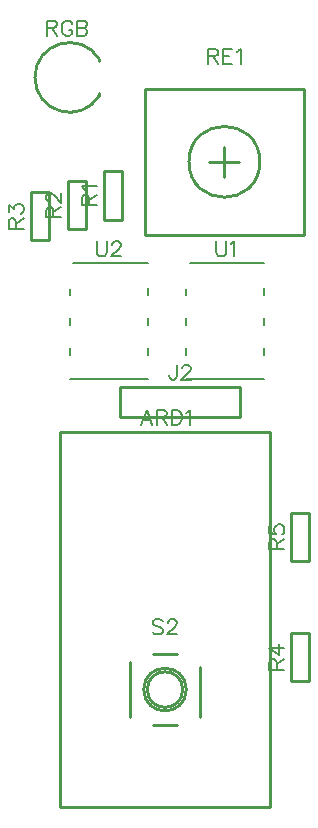
<source format=gbr>
G04 DipTrace 3.3.0.0*
G04 TopSilk.gbr*
%MOIN*%
G04 #@! TF.FileFunction,Legend,Top*
G04 #@! TF.Part,Single*
%ADD10C,0.009843*%
%ADD24C,0.006*%
%ADD56C,0.00772*%
%FSLAX26Y26*%
G04*
G70*
G90*
G75*
G01*
G04 TopSilk*
%LPD*%
X593701Y543696D2*
D10*
X1293701D1*
Y1793701D1*
X593701D1*
Y543696D1*
X1193718Y1843696D2*
X793683D1*
Y1943701D1*
X1193718D1*
Y1843696D1*
X798701Y2661351D2*
X738701D1*
X798701Y2501051D2*
Y2661351D1*
Y2501051D2*
X738701D1*
Y2661351D1*
X679950Y2630101D2*
X619950D1*
X679950Y2469801D2*
Y2630101D1*
Y2469801D2*
X619950D1*
Y2630101D1*
X554950Y2592601D2*
X494950D1*
X554950Y2432301D2*
Y2592601D1*
Y2432301D2*
X494950D1*
Y2592601D1*
X1363701Y963551D2*
X1423701D1*
X1363701Y1123851D2*
Y963551D1*
Y1123851D2*
X1423701D1*
Y963551D1*
X1363701Y1363551D2*
X1423701D1*
X1363701Y1523851D2*
Y1363551D1*
Y1523851D2*
X1423701D1*
Y1363551D1*
X1404356Y2449605D2*
X876746D1*
Y2937797D1*
X1404356D1*
Y2449605D1*
X1022409Y2693701D2*
G02X1022409Y2693701I118142J0D01*
G01*
X1140551Y2643681D2*
Y2743720D1*
X1090542Y2693701D2*
X1190560D1*
X723375Y2913860D2*
Y2921757D1*
Y3028143D2*
Y3036041D1*
Y2913860D2*
G02X508809Y2974950I-98651J60865D01*
G01*
X723375Y3036041D2*
G03X508809Y2974950I-98651J-60865D01*
G01*
X1273693Y2250459D2*
D24*
Y2274469D1*
Y2150447D2*
Y2174456D1*
X1013709Y2074443D2*
Y2050434D1*
Y2174456D2*
Y2150447D1*
Y1969451D2*
X1273693D1*
Y2050434D2*
Y2074443D1*
Y2355451D2*
X1024715D1*
X1013709Y2269451D2*
Y2250459D1*
X886193D2*
Y2274469D1*
Y2150447D2*
Y2174456D1*
X626209Y2074443D2*
Y2050434D1*
Y2174456D2*
Y2150447D1*
Y1969451D2*
X886193D1*
Y2050434D2*
Y2074443D1*
Y2355451D2*
X637215D1*
X626209Y2269451D2*
Y2250459D1*
X871757Y934499D2*
D10*
G02X871757Y934499I70861J0D01*
G01*
X824501Y1025054D2*
Y843944D1*
X903221Y816373D2*
X981991D1*
X1060735Y843944D2*
Y1009299D1*
X981991Y1052624D2*
X903221D1*
X883547Y934499D2*
G02X883547Y934499I59059J0D01*
G01*
X900203Y1816684D2*
D56*
X881024Y1866924D1*
X861901Y1816684D1*
X869086Y1833431D2*
X893018D1*
X915642Y1842992D2*
X937142D1*
X944327Y1845424D1*
X946759Y1847801D1*
X949135Y1852554D1*
Y1857362D1*
X946759Y1862115D1*
X944327Y1864547D1*
X937142Y1866924D1*
X915642D1*
Y1816684D1*
X932389Y1842992D2*
X949135Y1816684D1*
X964575Y1866924D2*
Y1816684D1*
X981321D1*
X988506Y1819116D1*
X993315Y1823869D1*
X995691Y1828677D1*
X998068Y1835807D1*
Y1847801D1*
X995691Y1854986D1*
X993315Y1859739D1*
X988506Y1864547D1*
X981321Y1866924D1*
X964575D1*
X1013507Y1857307D2*
X1018316Y1859739D1*
X1025501Y1866869D1*
Y1816684D1*
X981200Y2016924D2*
Y1978677D1*
X978824Y1971492D1*
X976392Y1969116D1*
X971639Y1966684D1*
X966830D1*
X962077Y1969116D1*
X959701Y1971492D1*
X957269Y1978677D1*
Y1983431D1*
X999071Y2004930D2*
Y2007307D1*
X1001448Y2012115D1*
X1003825Y2014492D1*
X1008633Y2016869D1*
X1018195D1*
X1022948Y2014492D1*
X1025324Y2012115D1*
X1027756Y2007307D1*
Y2002554D1*
X1025324Y1997745D1*
X1020571Y1990616D1*
X996640Y1966684D1*
X1030133D1*
X689409Y2550738D2*
Y2572238D1*
X686978Y2579423D1*
X684601Y2581855D1*
X679848Y2584231D1*
X675039D1*
X670286Y2581855D1*
X667854Y2579423D1*
X665478Y2572238D1*
Y2550738D1*
X715718D1*
X689409Y2567485D2*
X715718Y2584231D1*
X675095Y2599670D2*
X672663Y2604479D1*
X665533Y2611664D1*
X715718D1*
X570659Y2508739D2*
Y2530238D1*
X568227Y2537423D1*
X565850Y2539855D1*
X561097Y2542232D1*
X556289D1*
X551536Y2539855D1*
X549104Y2537423D1*
X546727Y2530238D1*
Y2508739D1*
X596967D1*
X570659Y2525485D2*
X596967Y2542232D1*
X558721Y2560103D2*
X556344D1*
X551536Y2562480D1*
X549159Y2564856D1*
X546782Y2569665D1*
Y2579226D1*
X549159Y2583979D1*
X551536Y2586356D1*
X556344Y2588788D1*
X561097D1*
X565906Y2586356D1*
X573035Y2581603D1*
X596967Y2557671D1*
Y2591164D1*
X445659Y2471239D2*
Y2492738D1*
X443227Y2499923D1*
X440850Y2502355D1*
X436097Y2504732D1*
X431289D1*
X426536Y2502355D1*
X424104Y2499923D1*
X421727Y2492738D1*
Y2471239D1*
X471967D1*
X445659Y2487985D2*
X471967Y2504732D1*
X421782Y2524980D2*
Y2551233D1*
X440906Y2536918D1*
Y2544103D1*
X443282Y2548856D1*
X445659Y2551233D1*
X452844Y2553664D1*
X457597D1*
X464782Y2551233D1*
X469591Y2546479D1*
X471967Y2539294D1*
Y2532109D1*
X469591Y2524980D1*
X467159Y2522603D1*
X462405Y2520171D1*
X1314409Y1001300D2*
Y1022799D1*
X1311978Y1029985D1*
X1309601Y1032416D1*
X1304848Y1034793D1*
X1300039D1*
X1295286Y1032416D1*
X1292854Y1029985D1*
X1290478Y1022800D1*
Y1001300D1*
X1340718D1*
X1314409Y1018046D2*
X1340718Y1034793D1*
Y1074164D2*
X1290533D1*
X1323971Y1050232D1*
Y1086102D1*
X1314409Y1402488D2*
Y1423988D1*
X1311978Y1431173D1*
X1309601Y1433605D1*
X1304848Y1435981D1*
X1300039D1*
X1295286Y1433605D1*
X1292854Y1431173D1*
X1290478Y1423988D1*
Y1402488D1*
X1340718D1*
X1314409Y1419235D2*
X1340718Y1435981D1*
X1290533Y1480105D2*
Y1456229D1*
X1312033Y1453852D1*
X1309656Y1456229D1*
X1307224Y1463414D1*
Y1470544D1*
X1309656Y1477729D1*
X1314409Y1482537D1*
X1321595Y1484914D1*
X1326348D1*
X1333533Y1482537D1*
X1338341Y1477729D1*
X1340718Y1470544D1*
Y1463414D1*
X1338341Y1456229D1*
X1335909Y1453852D1*
X1331156Y1451420D1*
X1086838Y3046142D2*
X1108338D1*
X1115523Y3048574D1*
X1117955Y3050950D1*
X1120331Y3055703D1*
Y3060512D1*
X1117955Y3065265D1*
X1115523Y3067697D1*
X1108338Y3070073D1*
X1086838D1*
Y3019833D1*
X1103584Y3046142D2*
X1120331Y3019833D1*
X1166832Y3070073D2*
X1135770D1*
Y3019833D1*
X1166832D1*
X1135770Y3046142D2*
X1154894D1*
X1182271Y3060457D2*
X1187080Y3062888D1*
X1194265Y3070018D1*
Y3019833D1*
X549224Y3140383D2*
X570724D1*
X577909Y3142815D1*
X580341Y3145192D1*
X582718Y3149945D1*
Y3154753D1*
X580341Y3159507D1*
X577909Y3161938D1*
X570724Y3164315D1*
X549224D1*
Y3114075D1*
X565971Y3140383D2*
X582718Y3114075D1*
X634027Y3152377D2*
X631650Y3157130D1*
X626842Y3161938D1*
X622089Y3164315D1*
X612527D1*
X607719Y3161938D1*
X602965Y3157130D1*
X600533Y3152377D1*
X598157Y3145192D1*
Y3133198D1*
X600533Y3126069D1*
X602965Y3121260D1*
X607719Y3116507D1*
X612527Y3114075D1*
X622089D1*
X626842Y3116507D1*
X631650Y3121260D1*
X634027Y3126069D1*
Y3133198D1*
X622089D1*
X649466Y3164315D2*
Y3114075D1*
X671021D1*
X678206Y3116507D1*
X680583Y3118884D1*
X682959Y3123637D1*
Y3130822D1*
X680583Y3135630D1*
X678206Y3138007D1*
X671021Y3140383D1*
X678206Y3142815D1*
X680583Y3145192D1*
X682959Y3149945D1*
Y3154753D1*
X680583Y3159507D1*
X678206Y3161938D1*
X671021Y3164315D1*
X649466D1*
Y3140383D2*
X671021D1*
X1113238Y2428675D2*
Y2392805D1*
X1115614Y2385620D1*
X1120423Y2380866D1*
X1127608Y2378435D1*
X1132361D1*
X1139546Y2380866D1*
X1144354Y2385620D1*
X1146731Y2392805D1*
Y2428675D1*
X1162170Y2419058D2*
X1166979Y2421489D1*
X1174164Y2428619D1*
Y2378435D1*
X714988Y2428675D2*
Y2392805D1*
X717364Y2385620D1*
X722173Y2380866D1*
X729358Y2378435D1*
X734111D1*
X741296Y2380866D1*
X746105Y2385620D1*
X748481Y2392805D1*
Y2428675D1*
X766352Y2416681D2*
Y2419058D1*
X768729Y2423866D1*
X771105Y2426243D1*
X775914Y2428619D1*
X785476D1*
X790229Y2426243D1*
X792605Y2423866D1*
X795037Y2419058D1*
Y2414304D1*
X792605Y2409496D1*
X787852Y2402366D1*
X763920Y2378435D1*
X797414D1*
X934898Y1161954D2*
X930145Y1166762D1*
X922960Y1169139D1*
X913399D1*
X906214Y1166762D1*
X901405Y1161954D1*
Y1157201D1*
X903837Y1152392D1*
X906214Y1150016D1*
X910967Y1147639D1*
X925337Y1142831D1*
X930145Y1140454D1*
X932522Y1138022D1*
X934898Y1133269D1*
Y1126084D1*
X930145Y1121331D1*
X922960Y1118899D1*
X913399D1*
X906214Y1121331D1*
X901405Y1126084D1*
X952770Y1157146D2*
Y1159522D1*
X955146Y1164331D1*
X957523Y1166707D1*
X962331Y1169084D1*
X971893D1*
X976646Y1166707D1*
X979023Y1164331D1*
X981454Y1159522D1*
Y1154769D1*
X979023Y1149961D1*
X974269Y1142831D1*
X950338Y1118899D1*
X983831D1*
M02*

</source>
